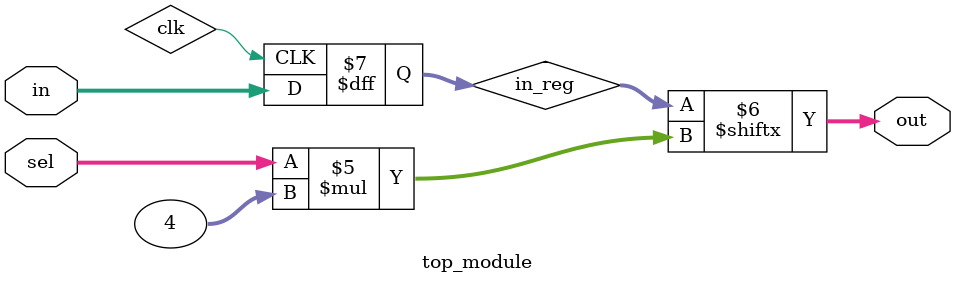
<source format=sv>
module top_module (
	input [1023:0] in,
	input [7:0] sel,
	output [3:0] out
);

	parameter BLOCK_SIZE = 4;

	reg [1023:0] in_reg;

	always @(posedge clk) begin
		in_reg <= in;
	end

	always @* begin
		// Calculate the starting index of the 4-bit block in the input vector
		integer start_index;
		start_index = sel * BLOCK_SIZE;
		
		// Extract the 4-bit block from the input vector
		out = in_reg[start_index + 3:start_index];
	end
	
endmodule

</source>
